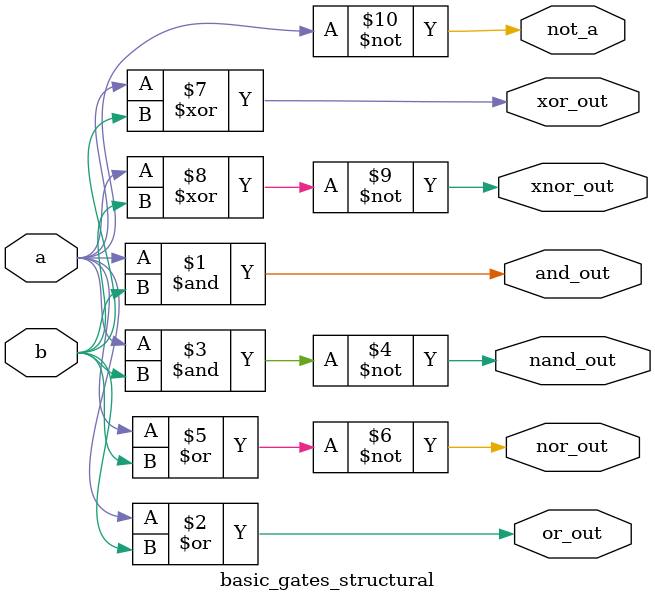
<source format=v>
module basic_gates_structural (
  input a, b,
  output and_out, or_out, nand_out, nor_out,
  output xor_out, xnor_out, not_a
);

  and  u1 (and_out, a, b);
  or   u2 (or_out, a, b);
  nand u3 (nand_out, a, b);
  nor  u4 (nor_out, a, b);
  xor  u5 (xor_out, a, b);
  xnor u6 (xnor_out, a, b);
  not  u7 (not_a, a);

endmodule

</source>
